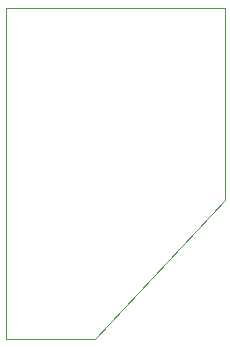
<source format=gbr>
%TF.GenerationSoftware,KiCad,Pcbnew,(7.0.0)*%
%TF.CreationDate,2023-05-27T11:25:38+01:00*%
%TF.ProjectId,FB_Filter_PCB,46425f46-696c-4746-9572-5f5043422e6b,rev?*%
%TF.SameCoordinates,Original*%
%TF.FileFunction,Profile,NP*%
%FSLAX46Y46*%
G04 Gerber Fmt 4.6, Leading zero omitted, Abs format (unit mm)*
G04 Created by KiCad (PCBNEW (7.0.0)) date 2023-05-27 11:25:38*
%MOMM*%
%LPD*%
G01*
G04 APERTURE LIST*
%TA.AperFunction,Profile*%
%ADD10C,0.100000*%
%TD*%
G04 APERTURE END LIST*
D10*
X101000000Y-81250000D02*
X90000000Y-93000000D01*
X82500000Y-93000000D01*
X82500000Y-65000000D01*
X101000000Y-65000000D01*
X101000000Y-81250000D01*
M02*

</source>
